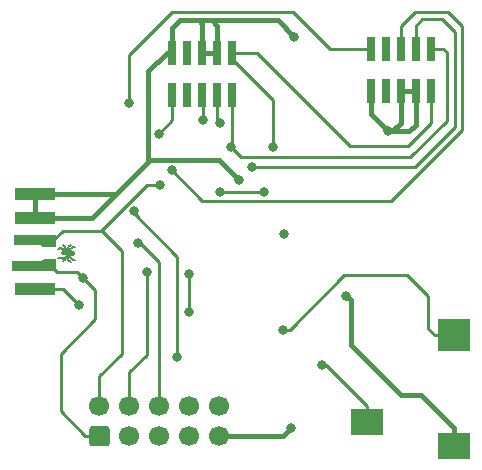
<source format=gtl>
%TF.GenerationSoftware,KiCad,Pcbnew,(5.1.5)-3*%
%TF.CreationDate,2020-11-29T17:59:18-06:00*%
%TF.ProjectId,ePenguin-Debug,6550656e-6775-4696-9e2d-44656275672e,rev?*%
%TF.SameCoordinates,Original*%
%TF.FileFunction,Copper,L1,Top*%
%TF.FilePolarity,Positive*%
%FSLAX46Y46*%
G04 Gerber Fmt 4.6, Leading zero omitted, Abs format (unit mm)*
G04 Created by KiCad (PCBNEW (5.1.5)-3) date 2020-11-29 17:59:18*
%MOMM*%
%LPD*%
G04 APERTURE LIST*
%TA.AperFunction,EtchedComponent*%
%ADD10C,0.460000*%
%TD*%
%TA.AperFunction,EtchedComponent*%
%ADD11C,0.300000*%
%TD*%
%TA.AperFunction,EtchedComponent*%
%ADD12C,0.150000*%
%TD*%
%TA.AperFunction,EtchedComponent*%
%ADD13C,0.001000*%
%TD*%
%TA.AperFunction,EtchedComponent*%
%ADD14C,0.320000*%
%TD*%
%TA.AperFunction,SMDPad,CuDef*%
%ADD15R,2.800000X2.800000*%
%TD*%
%TA.AperFunction,SMDPad,CuDef*%
%ADD16R,2.800000X2.200000*%
%TD*%
%TA.AperFunction,ComponentPad*%
%ADD17C,1.700000*%
%TD*%
%TA.AperFunction,ComponentPad*%
%ADD18C,0.100000*%
%TD*%
%TA.AperFunction,SMDPad,CuDef*%
%ADD19R,0.760000X2.050000*%
%TD*%
%TA.AperFunction,SMDPad,CuDef*%
%ADD20R,0.750000X2.100000*%
%TD*%
%TA.AperFunction,SMDPad,CuDef*%
%ADD21R,3.500000X1.000000*%
%TD*%
%TA.AperFunction,SMDPad,CuDef*%
%ADD22C,0.100000*%
%TD*%
%TA.AperFunction,ViaPad*%
%ADD23C,0.800000*%
%TD*%
%TA.AperFunction,Conductor*%
%ADD24C,0.250000*%
%TD*%
%TA.AperFunction,Conductor*%
%ADD25C,0.400000*%
%TD*%
G04 APERTURE END LIST*
D10*
%TO.C,J1*%
X106460000Y-69010000D02*
X106390000Y-69010000D01*
D11*
X106400000Y-69090000D02*
X105740000Y-69020000D01*
D12*
X106190000Y-69260000D02*
X106520000Y-69540000D01*
X106710000Y-69540000D02*
X106520000Y-69540000D01*
X106150000Y-69210000D02*
X106150000Y-69580000D01*
X106360000Y-69750000D02*
X106150000Y-69580000D01*
X105990000Y-69390000D02*
X106040000Y-69130000D01*
X105990000Y-69390000D02*
X105920000Y-69550000D01*
X105720000Y-69670000D02*
X105910000Y-69560000D01*
D13*
G36*
X105560000Y-69350000D02*
G01*
X105680000Y-69290000D01*
X105820000Y-69290000D01*
X105760000Y-69420000D01*
X105610000Y-69490000D01*
X105640000Y-69400000D01*
X105560000Y-69350000D01*
G37*
X105560000Y-69350000D02*
X105680000Y-69290000D01*
X105820000Y-69290000D01*
X105760000Y-69420000D01*
X105610000Y-69490000D01*
X105640000Y-69400000D01*
X105560000Y-69350000D01*
D12*
X105540000Y-69440000D02*
X105670000Y-69380000D01*
X105330000Y-69370000D02*
X105530000Y-69440000D01*
D11*
X106400000Y-68930000D02*
X105740000Y-69000000D01*
D12*
X106190000Y-68760000D02*
X106520000Y-68480000D01*
X106710000Y-68480000D02*
X106520000Y-68480000D01*
X106150000Y-68810000D02*
X106150000Y-68440000D01*
X106360000Y-68270000D02*
X106150000Y-68440000D01*
X105990000Y-68630000D02*
X106040000Y-68890000D01*
X105990000Y-68630000D02*
X105920000Y-68470000D01*
X105720000Y-68350000D02*
X105910000Y-68460000D01*
D13*
G36*
X105560000Y-68670000D02*
G01*
X105680000Y-68730000D01*
X105820000Y-68730000D01*
X105760000Y-68600000D01*
X105610000Y-68530000D01*
X105640000Y-68620000D01*
X105560000Y-68670000D01*
G37*
X105560000Y-68670000D02*
X105680000Y-68730000D01*
X105820000Y-68730000D01*
X105760000Y-68600000D01*
X105610000Y-68530000D01*
X105640000Y-68620000D01*
X105560000Y-68670000D01*
D12*
X105540000Y-68580000D02*
X105670000Y-68640000D01*
X105330000Y-68650000D02*
X105530000Y-68580000D01*
D14*
X106510000Y-69010000D02*
X105740000Y-69010000D01*
%TD*%
D15*
%TO.P,CON1,2*%
%TO.N,/DEBUG_RX*%
X138828000Y-75912000D03*
D16*
%TO.P,CON1,1*%
%TO.N,GND*%
X138828000Y-85312000D03*
%TO.P,CON1,3*%
%TO.N,/DEBUG_TX*%
X131428000Y-83312000D03*
%TD*%
D17*
%TO.P,J3,10*%
%TO.N,Net-(J1-Pad10)*%
X118960000Y-81960000D03*
%TO.P,J3,8*%
%TO.N,Net-(J2-Pad8)*%
X116420000Y-81960000D03*
%TO.P,J3,6*%
%TO.N,Net-(J1-Pad6)*%
X113880000Y-81960000D03*
%TO.P,J3,4*%
%TO.N,Net-(J1-Pad4)*%
X111340000Y-81960000D03*
%TO.P,J3,2*%
%TO.N,Net-(J1-Pad2)*%
X108800000Y-81960000D03*
%TO.P,J3,9*%
%TO.N,GND*%
X118960000Y-84500000D03*
%TO.P,J3,7*%
%TO.N,Net-(J2-Pad7)*%
X116420000Y-84500000D03*
%TO.P,J3,5*%
%TO.N,GND*%
X113880000Y-84500000D03*
%TO.P,J3,3*%
X111340000Y-84500000D03*
%TA.AperFunction,ComponentPad*%
D18*
%TO.P,J3,1*%
%TO.N,Net-(J1-Pad1)*%
G36*
X109424504Y-83651204D02*
G01*
X109448773Y-83654804D01*
X109472571Y-83660765D01*
X109495671Y-83669030D01*
X109517849Y-83679520D01*
X109538893Y-83692133D01*
X109558598Y-83706747D01*
X109576777Y-83723223D01*
X109593253Y-83741402D01*
X109607867Y-83761107D01*
X109620480Y-83782151D01*
X109630970Y-83804329D01*
X109639235Y-83827429D01*
X109645196Y-83851227D01*
X109648796Y-83875496D01*
X109650000Y-83900000D01*
X109650000Y-85100000D01*
X109648796Y-85124504D01*
X109645196Y-85148773D01*
X109639235Y-85172571D01*
X109630970Y-85195671D01*
X109620480Y-85217849D01*
X109607867Y-85238893D01*
X109593253Y-85258598D01*
X109576777Y-85276777D01*
X109558598Y-85293253D01*
X109538893Y-85307867D01*
X109517849Y-85320480D01*
X109495671Y-85330970D01*
X109472571Y-85339235D01*
X109448773Y-85345196D01*
X109424504Y-85348796D01*
X109400000Y-85350000D01*
X108200000Y-85350000D01*
X108175496Y-85348796D01*
X108151227Y-85345196D01*
X108127429Y-85339235D01*
X108104329Y-85330970D01*
X108082151Y-85320480D01*
X108061107Y-85307867D01*
X108041402Y-85293253D01*
X108023223Y-85276777D01*
X108006747Y-85258598D01*
X107992133Y-85238893D01*
X107979520Y-85217849D01*
X107969030Y-85195671D01*
X107960765Y-85172571D01*
X107954804Y-85148773D01*
X107951204Y-85124504D01*
X107950000Y-85100000D01*
X107950000Y-83900000D01*
X107951204Y-83875496D01*
X107954804Y-83851227D01*
X107960765Y-83827429D01*
X107969030Y-83804329D01*
X107979520Y-83782151D01*
X107992133Y-83761107D01*
X108006747Y-83741402D01*
X108023223Y-83723223D01*
X108041402Y-83706747D01*
X108061107Y-83692133D01*
X108082151Y-83679520D01*
X108104329Y-83669030D01*
X108127429Y-83660765D01*
X108151227Y-83654804D01*
X108175496Y-83651204D01*
X108200000Y-83650000D01*
X109400000Y-83650000D01*
X109424504Y-83651204D01*
G37*
%TD.AperFunction*%
%TD*%
D19*
%TO.P,J4,1*%
%TO.N,Net-(J1-Pad1)*%
X120040000Y-52020000D03*
%TO.P,J4,2*%
%TO.N,Net-(J1-Pad2)*%
X120040000Y-55580000D03*
%TO.P,J4,3*%
%TO.N,GND*%
X118770000Y-52020000D03*
%TO.P,J4,4*%
%TO.N,Net-(J1-Pad4)*%
X118770000Y-55580000D03*
%TO.P,J4,5*%
%TO.N,GND*%
X117500000Y-52020000D03*
%TO.P,J4,6*%
%TO.N,Net-(J1-Pad6)*%
X117500000Y-55580000D03*
%TO.P,J4,7*%
%TO.N,N/C*%
X116230000Y-52020000D03*
%TO.P,J4,8*%
X116230000Y-55580000D03*
%TO.P,J4,9*%
%TO.N,GND*%
X114960000Y-52020000D03*
%TO.P,J4,10*%
%TO.N,Net-(J1-Pad10)*%
X114960000Y-55580000D03*
%TD*%
D20*
%TO.P,J2,10*%
%TO.N,Net-(J1-Pad10)*%
X131760000Y-51700000D03*
%TO.P,J2,9*%
%TO.N,GND*%
X131760000Y-55300000D03*
%TO.P,J2,8*%
%TO.N,N/C*%
X133030000Y-51700000D03*
%TO.P,J2,7*%
X133030000Y-55300000D03*
%TO.P,J2,6*%
%TO.N,Net-(J1-Pad6)*%
X134300000Y-51700000D03*
%TO.P,J2,5*%
%TO.N,GND*%
X134300000Y-55300000D03*
%TO.P,J2,4*%
%TO.N,Net-(J1-Pad4)*%
X135570000Y-51700000D03*
%TO.P,J2,3*%
%TO.N,GND*%
X135570000Y-55300000D03*
%TO.P,J2,2*%
%TO.N,Net-(J1-Pad2)*%
X136840000Y-51700000D03*
%TO.P,J2,1*%
%TO.N,Net-(J1-Pad1)*%
X136840000Y-55300000D03*
%TD*%
D21*
%TO.P,J1,7*%
%TO.N,/DEBUG_TX*%
X103350000Y-72000000D03*
%TO.P,J1,9*%
%TO.N,GND*%
X103350000Y-64000000D03*
%TO.P,J1,5*%
X103350000Y-66000000D03*
%TA.AperFunction,SMDPad,CuDef*%
D22*
%TO.P,J1,2*%
%TO.N,Net-(J1-Pad2)*%
G36*
X105100000Y-67500000D02*
G01*
X105100000Y-68500000D01*
X104090000Y-68500000D01*
X104070000Y-68480000D01*
X104020000Y-68440000D01*
X103960000Y-68400000D01*
X103910000Y-68370000D01*
X103860000Y-68350000D01*
X103800000Y-68330000D01*
X103720000Y-68310000D01*
X103610000Y-68300000D01*
X101600000Y-68300000D01*
X101600000Y-67500000D01*
X105100000Y-67500000D01*
G37*
%TD.AperFunction*%
%TA.AperFunction,SMDPad,CuDef*%
%TO.P,J1,1*%
%TO.N,Net-(J1-Pad1)*%
G36*
X103610000Y-69700000D02*
G01*
X103720000Y-69690000D01*
X103800000Y-69670000D01*
X103860000Y-69650000D01*
X103910000Y-69630000D01*
X103960000Y-69600000D01*
X104020000Y-69560000D01*
X104070000Y-69520000D01*
X104090000Y-69500000D01*
X105100000Y-69500000D01*
X105100000Y-70500000D01*
X101400000Y-70500000D01*
X101400000Y-69700000D01*
X103610000Y-69700000D01*
G37*
%TD.AperFunction*%
%TD*%
D23*
%TO.N,/DEBUG_RX*%
X124300000Y-75500000D03*
%TO.N,GND*%
X133200000Y-58700000D03*
X125000000Y-83800000D03*
X124400000Y-67400000D03*
X125300000Y-50700000D03*
X120600000Y-62800000D03*
X129700000Y-72600000D03*
%TO.N,/DEBUG_TX*%
X107100000Y-73400000D03*
X127600000Y-78500000D03*
%TO.N,Net-(J1-Pad6)*%
X112100000Y-68100000D03*
X117600000Y-57700000D03*
X114900000Y-62000000D03*
%TO.N,Net-(J1-Pad10)*%
X115400000Y-77800000D03*
X111700000Y-65400000D03*
X113800000Y-58900000D03*
X111300000Y-56300000D03*
%TO.N,Net-(J1-Pad4)*%
X112800000Y-70600000D03*
X119000000Y-58000000D03*
X121700000Y-61700000D03*
%TO.N,Net-(J1-Pad2)*%
X119900000Y-60000000D03*
X113900000Y-63200000D03*
%TO.N,Net-(J1-Pad1)*%
X123500000Y-60000000D03*
X119000000Y-63800000D03*
X116400000Y-70800000D03*
X107400000Y-71100000D03*
X116400000Y-74000000D03*
X122700000Y-63800000D03*
%TD*%
D24*
%TO.N,/DEBUG_RX*%
X124300000Y-75500000D02*
X124906000Y-75500000D01*
X124906000Y-75500000D02*
X129540000Y-70866000D01*
X129540000Y-70866000D02*
X134874000Y-70866000D01*
X134874000Y-70866000D02*
X136652000Y-72644000D01*
X137178000Y-75912000D02*
X138828000Y-75912000D01*
X136652000Y-75386000D02*
X137178000Y-75912000D01*
X136652000Y-72644000D02*
X136652000Y-75386000D01*
D25*
%TO.N,GND*%
X131760000Y-57260000D02*
X131760000Y-55300000D01*
X133200000Y-58700000D02*
X131760000Y-57260000D01*
X133200000Y-58700000D02*
X133600000Y-58700000D01*
X134300000Y-58000000D02*
X134300000Y-55300000D01*
X133600000Y-58700000D02*
X134300000Y-58000000D01*
X133200000Y-58700000D02*
X135000000Y-58700000D01*
X135570000Y-58130000D02*
X135570000Y-55300000D01*
X135000000Y-58700000D02*
X135570000Y-58130000D01*
X134300000Y-55300000D02*
X135570000Y-55300000D01*
X124300000Y-84500000D02*
X125000000Y-83800000D01*
X118960000Y-84500000D02*
X124300000Y-84500000D01*
X110200000Y-64000000D02*
X103350000Y-64000000D01*
X103350000Y-66000000D02*
X103350000Y-64000000D01*
X108200000Y-66000000D02*
X110200000Y-64000000D01*
X103350000Y-66000000D02*
X108200000Y-66000000D01*
X117500000Y-52020000D02*
X118770000Y-52020000D01*
X114960000Y-52020000D02*
X114960000Y-49960000D01*
X114960000Y-49960000D02*
X115620000Y-49300000D01*
X115620000Y-49300000D02*
X117200000Y-49300000D01*
X117500000Y-49600000D02*
X117500000Y-52020000D01*
X117200000Y-49300000D02*
X117500000Y-49600000D01*
X118770000Y-49770000D02*
X118770000Y-52020000D01*
X118300000Y-49300000D02*
X118770000Y-49770000D01*
X117200000Y-49300000D02*
X118300000Y-49300000D01*
X114960000Y-52020000D02*
X114480000Y-52020000D01*
X114480000Y-52020000D02*
X112950000Y-53550000D01*
X112950000Y-53550000D02*
X112950000Y-61250000D01*
X112950000Y-61250000D02*
X110200000Y-64000000D01*
X123900000Y-49300000D02*
X125300000Y-50700000D01*
X118300000Y-49300000D02*
X123900000Y-49300000D01*
X113100000Y-61100000D02*
X112950000Y-61250000D01*
X118900000Y-61100000D02*
X113100000Y-61100000D01*
X120600000Y-62800000D02*
X118900000Y-61100000D01*
X130099999Y-72999999D02*
X130099999Y-76759999D01*
X129700000Y-72600000D02*
X130099999Y-72999999D01*
X130099999Y-76759999D02*
X134366000Y-81026000D01*
X138828000Y-83812000D02*
X138828000Y-85312000D01*
X136042000Y-81026000D02*
X138828000Y-83812000D01*
X134366000Y-81026000D02*
X136042000Y-81026000D01*
D24*
%TO.N,/DEBUG_TX*%
X105700000Y-72000000D02*
X107100000Y-73400000D01*
X103350000Y-72000000D02*
X105700000Y-72000000D01*
X131428000Y-81962000D02*
X131428000Y-83312000D01*
X127600000Y-78500000D02*
X127966000Y-78500000D01*
X127966000Y-78500000D02*
X131428000Y-81962000D01*
%TO.N,Net-(J1-Pad6)*%
X113880000Y-69720000D02*
X113880000Y-81960000D01*
X112260000Y-68100000D02*
X113880000Y-69720000D01*
X112100000Y-68100000D02*
X112260000Y-68100000D01*
X117600000Y-55680000D02*
X117500000Y-55580000D01*
X117600000Y-57700000D02*
X117600000Y-55680000D01*
X134300000Y-51700000D02*
X134300000Y-49800000D01*
X134300000Y-49800000D02*
X135500000Y-48600000D01*
X135500000Y-48600000D02*
X138300000Y-48600000D01*
X138300000Y-48600000D02*
X139500000Y-49800000D01*
X139500000Y-49800000D02*
X139500000Y-58600000D01*
X139500000Y-58600000D02*
X133500000Y-64600000D01*
X133500000Y-64600000D02*
X119700000Y-64600000D01*
X117500000Y-64600000D02*
X114900000Y-62000000D01*
X119700000Y-64600000D02*
X117500000Y-64600000D01*
%TO.N,Net-(J1-Pad10)*%
X115400000Y-69300000D02*
X115400000Y-69400000D01*
X111700000Y-65600000D02*
X115400000Y-69300000D01*
X115400000Y-69400000D02*
X115400000Y-77800000D01*
X111700000Y-65400000D02*
X111700000Y-65600000D01*
X114960000Y-57740000D02*
X114960000Y-55580000D01*
X113800000Y-58900000D02*
X114960000Y-57740000D01*
X125200000Y-48600000D02*
X128300000Y-51700000D01*
X111300000Y-56300000D02*
X111300000Y-52200000D01*
X128300000Y-51700000D02*
X131760000Y-51700000D01*
X114900000Y-48600000D02*
X125200000Y-48600000D01*
X111300000Y-52200000D02*
X114900000Y-48600000D01*
%TO.N,Net-(J1-Pad4)*%
X111340000Y-81960000D02*
X111340000Y-79060000D01*
X112800000Y-77600000D02*
X112800000Y-70600000D01*
X111340000Y-79060000D02*
X112800000Y-77600000D01*
X118770000Y-57770000D02*
X118770000Y-55580000D01*
X119000000Y-58000000D02*
X118770000Y-57770000D01*
X135570000Y-51700000D02*
X135570000Y-49730000D01*
X135570000Y-49730000D02*
X136100000Y-49200000D01*
X136100000Y-49200000D02*
X137800000Y-49200000D01*
X137800000Y-49200000D02*
X138900000Y-50300000D01*
X138900000Y-50300000D02*
X138900000Y-58300000D01*
X135500000Y-61700000D02*
X121700000Y-61700000D01*
X138900000Y-58300000D02*
X135500000Y-61700000D01*
%TO.N,Net-(J1-Pad2)*%
X104600000Y-68000000D02*
X104800000Y-68000000D01*
X104800000Y-68000000D02*
X105700000Y-67100000D01*
X105700000Y-67100000D02*
X108000000Y-67100000D01*
X120000000Y-55620000D02*
X120040000Y-55580000D01*
X120000000Y-59900000D02*
X120000000Y-55620000D01*
X119900000Y-60000000D02*
X120000000Y-59900000D01*
X108800000Y-79400000D02*
X108800000Y-81960000D01*
X110700000Y-77500000D02*
X108800000Y-79400000D01*
X110700000Y-68800000D02*
X110700000Y-77500000D01*
X109000000Y-67100000D02*
X110700000Y-68800000D01*
X108000000Y-67100000D02*
X109000000Y-67100000D01*
X136840000Y-51700000D02*
X137900000Y-51700000D01*
X137900000Y-51700000D02*
X138200000Y-52000000D01*
X138200000Y-52000000D02*
X138200000Y-57800000D01*
X138200000Y-57800000D02*
X135100000Y-60900000D01*
X120800000Y-60900000D02*
X119900000Y-60000000D01*
X135100000Y-60900000D02*
X120800000Y-60900000D01*
X108900000Y-67100000D02*
X108000000Y-67100000D01*
X112800000Y-63200000D02*
X108900000Y-67100000D01*
X113900000Y-63200000D02*
X112800000Y-63200000D01*
%TO.N,Net-(J1-Pad1)*%
X108800000Y-84500000D02*
X107600000Y-84500000D01*
X107600000Y-84500000D02*
X105500000Y-82400000D01*
X105500000Y-82400000D02*
X105500000Y-77500000D01*
X105500000Y-77500000D02*
X108400000Y-74600000D01*
X108400000Y-74600000D02*
X108400000Y-72100000D01*
X105200000Y-70600000D02*
X104600000Y-70000000D01*
X106900000Y-70600000D02*
X105200000Y-70600000D01*
X130000000Y-59900000D02*
X134900000Y-59900000D01*
X136840000Y-57960000D02*
X136840000Y-55300000D01*
X122120000Y-52020000D02*
X130000000Y-59900000D01*
X134900000Y-59900000D02*
X136840000Y-57960000D01*
X120040000Y-52020000D02*
X122120000Y-52020000D01*
X120040000Y-52020000D02*
X120040000Y-52140000D01*
X120040000Y-52020000D02*
X120040000Y-52540000D01*
X123500000Y-56000000D02*
X123500000Y-60000000D01*
X120040000Y-52540000D02*
X123500000Y-56000000D01*
X106900000Y-70600000D02*
X107400000Y-71100000D01*
X108400000Y-72100000D02*
X107400000Y-71100000D01*
X116400000Y-70800000D02*
X116400000Y-74000000D01*
X122700000Y-63800000D02*
X119000000Y-63800000D01*
%TD*%
M02*

</source>
